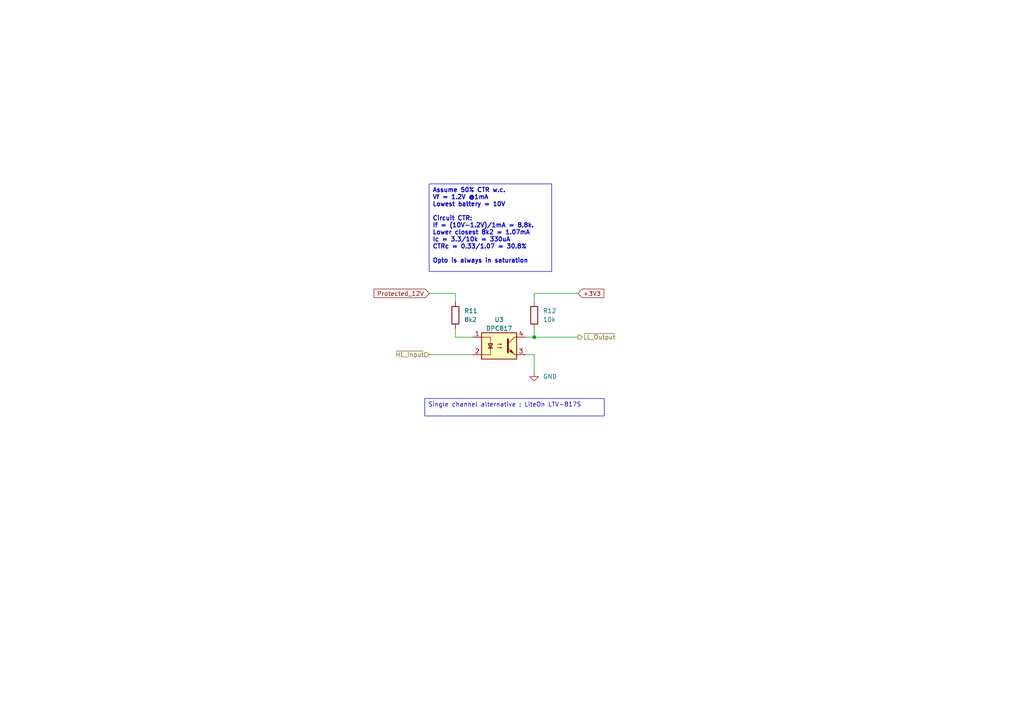
<source format=kicad_sch>
(kicad_sch (version 20250114) (generator "eeschema") (generator_version "9.0")
  (paper "A4")
  (title_block (title "Main architecture") (date "2025-08-10") (rev "1.4") (company "Alex Miller & Martin Roger") (comment 1 "https://github.com/martinroger/VXDash") (comment 2 "https://cadlab.io/projects/vxdash"))
  (lib_symbols
    (symbol "Isolator:SFH617A-2X009T"
      (property "Reference" "U" (at -3.81 5.08 0))
      (property "Value" "SFH617A-2X009T" (at 0 -5.08 0))
      (symbol "SFH617A-2X009T_1_1"
        (rectangle (start -5.08 3.81) (end 5.08 -3.81) (stroke (width 0.254)) (fill (type background)))
        (polyline (pts (xy -5.08 2.54) (xy -2.54 2.54) (xy -2.54 -0.762)))
        (polyline (pts (xy -3.175 -0.635) (xy -1.905 -0.635)) (stroke (width 0.254)))
        (polyline (pts (xy -2.54 -0.635) (xy -2.54 -2.54) (xy -5.08 -2.54)))
        (polyline (pts (xy -2.54 -0.635) (xy -3.175 0.635) (xy -1.905 0.635) (xy -2.54 -0.635)) (stroke (width 0.254)))
        (polyline (pts (xy -0.508 0.508) (xy 0.762 0.508) (xy 0.381 0.381) (xy 0.381 0.635) (xy 0.762 0.508)))
        (polyline (pts (xy -0.508 -0.508) (xy 0.762 -0.508) (xy 0.381 -0.635) (xy 0.381 -0.381) (xy 0.762 -0.508)))
        (polyline (pts (xy 2.54 1.905) (xy 2.54 -1.905) (xy 2.54 -1.905)) (stroke (width 0.508)))
        (polyline (pts (xy 2.54 0.635) (xy 4.445 2.54)))
        (polyline (pts (xy 3.048 -1.651) (xy 3.556 -1.143) (xy 4.064 -2.159) (xy 3.048 -1.651) (xy 3.048 -1.651)) (fill (type outline)))
        (polyline (pts (xy 4.445 2.54) (xy 5.08 2.54)))
        (polyline (pts (xy 4.445 -2.54) (xy 2.54 -0.635)) (fill (type outline)))
        (polyline (pts (xy 4.445 -2.54) (xy 5.08 -2.54)))
        (pin passive line (at -7.62 2.54 0) (length 2.54) (name "~") (number "1"))
        (pin passive line (at -7.62 -2.54 0) (length 2.54) (name "~") (number "2"))
        (pin passive line (at 7.62 2.54 180) (length 2.54) (name "~") (number "4"))
        (pin passive line (at 7.62 -2.54 180) (length 2.54) (name "~") (number "3"))
      )
    )
    (symbol "VXDash_passives:Res" (pin_numbers (hide yes)) (pin_names (offset 0))
      (property "Reference" "R" (at 1.27 1.27 0))
      (property "Value" "Res" (at 1.27 -1.27 0))
      (symbol "Res_0_1"
        (rectangle (start -1.016 -2.54) (end 1.016 2.54) (stroke (width 0.254)))
      )
      (symbol "Res_1_1"
        (pin passive line (at 0 3.81 270) (length 1.27) (name "~") (number "1"))
        (pin passive line (at 0 -3.81 90) (length 1.27) (name "~") (number "2"))
      )
    )
    (symbol "power:GND" (power) (pin_numbers (hide yes)) (pin_names (offset 0) (hide yes))
      (property "Value" "GND" (at 0 -3.81 0))
      (symbol "GND_0_1"
        (polyline (pts (xy 0 0) (xy 0 -1.27) (xy 1.27 -1.27) (xy 0 -2.54) (xy -1.27 -1.27) (xy 0 -1.27)))
      )
      (symbol "GND_1_1"
        (pin power_in line (at 0 0 270) (length 0) (name "~") (number "1"))
      )
    )
  )
  (text_box "Assume 50% CTR w.c.\nVf = 1.2V @1mA\nLowest battery = 10V\n\nCircuit CTR:\nIf = (10V-1.2V)/1mA = 8.8k. \nLower closest 8k2 = 1.07mA\nIc = 3.3/10k = 330uA\nCTRc = 0.33/1.07 = 30.8%\n\nOpto is always in saturation\n" (at 124.46 53.34 0) (size 35.56 25.4) (margins 0.9525 0.9525 0.9525 0.9525) (effects (font (size 1.27 1.27) (bold yes)) (justify left top)))
  (text_box "Single channel alternative : LiteOn LTV-817S" (at 123.19 115.57 0) (size 52.07 5.08) (margins 0.9525 0.9525 0.9525 0.9525) (effects (font (size 1.27 1.27)) (justify left top)))
  (junction (at 154.94 97.79))
  (wire (pts (xy 132.08 97.79) (xy 137.16 97.79)))
  (wire (pts (xy 154.94 85.09) (xy 154.94 87.63)))
  (wire (pts (xy 154.94 107.95) (xy 154.94 102.87)))
  (wire (pts (xy 154.94 102.87) (xy 152.4 102.87)))
  (wire (pts (xy 132.08 85.09) (xy 132.08 87.63)))
  (wire (pts (xy 154.94 97.79) (xy 167.64 97.79)))
  (wire (pts (xy 152.4 97.79) (xy 154.94 97.79)))
  (wire (pts (xy 124.46 85.09) (xy 132.08 85.09)))
  (wire (pts (xy 154.94 97.79) (xy 154.94 95.25)))
  (wire (pts (xy 132.08 95.25) (xy 132.08 97.79)))
  (wire (pts (xy 124.46 102.87) (xy 137.16 102.87)))
  (wire (pts (xy 154.94 85.09) (xy 167.64 85.09)))
  (global_label "Protected_12V" (shape input) (at 124.46 85.09 180) (property "Intersheetrefs" "${INTERSHEET_REFS}" (effects (hide yes))))
  (global_label "+3V3" (shape input) (at 167.64 85.09 0) (property "Intersheetrefs" "${INTERSHEET_REFS}" (effects (hide yes))))
  (hierarchical_label "~{HL_Input}" (shape input) (at 124.46 102.87 180))
  (hierarchical_label "~{LL_Output}" (shape output) (at 167.64 97.79 0))
  (symbol (lib_id "VXDash_passives:Res") (at 154.94 91.44 0) (unit 1)
    (property "Reference" "R12" (at 157.48 90.1699 0) (effects (justify left)))
    (property "Value" "10k" (at 157.48 92.7099 0) (effects (justify left)))
    (property "Footprint" "Resistor_SMD:R_0603_1608Metric_Pad0.98x0.95mm_HandSolder" (effects (hide yes)))
    (property "Datasheet" "http://datasheet.octopart.com/RC0603FR-0710KL-Yageo-datasheet-141265859.pdf" (effects (hide yes)))
    (property "Tol" "1%" (effects (hide yes)))
    (property "Power" "100mW" (effects (hide yes)))
    (property "MFT" "Yageo" (effects (hide yes)))
    (property "MFT_PN" "RC0603FR-0710KL" (effects (hide yes)))
    (property "LCSC" "C98220" (effects (hide yes)))
    (instances (project "VXDash" (path "" (reference "R12") (unit 1)) (path "" (reference "R22") (unit 1)) (path "" (reference "R16") (unit 1)) (path "" (reference "R28") (unit 1)) (path "" (reference "R24") (unit 1)) (path "" (reference "R18") (unit 1)) (path "" (reference "R14") (unit 1)) (path "" (reference "R30") (unit 1)) (path "" (reference "R26") (unit 1))))
  )
  (symbol (lib_id "VXDash_passives:Res") (at 132.08 91.44 0) (unit 1)
    (property "Reference" "R11" (at 134.62 90.1699 0) (effects (justify left)))
    (property "Value" "8k2" (at 134.62 92.7099 0) (effects (justify left)))
    (property "Footprint" "Resistor_SMD:R_0603_1608Metric_Pad0.98x0.95mm_HandSolder" (effects (hide yes)))
    (property "Datasheet" "http://datasheet.octopart.com/RC0603FR-078K2L-Yageo-datasheet-164759695.pdf" (effects (hide yes)))
    (property "Tol" "1%" (effects (hide yes)))
    (property "Power" "100mW" (effects (hide yes)))
    (property "MFT" "Yageo" (effects (hide yes)))
    (property "MFT_PN" "RC0603FR-078K2L" (effects (hide yes)))
    (property "LCSC" "C114637" (effects (hide yes)))
    (instances (project "VXDash" (path "" (reference "R11") (unit 1)) (path "" (reference "R21") (unit 1)) (path "" (reference "R15") (unit 1)) (path "" (reference "R27") (unit 1)) (path "" (reference "R23") (unit 1)) (path "" (reference "R17") (unit 1)) (path "" (reference "R13") (unit 1)) (path "" (reference "R29") (unit 1)) (path "" (reference "R25") (unit 1))))
  )
  (symbol (lib_id "power:GND") (at 154.94 107.95 0) (unit 1)
    (property "Reference" "#PWR023" (effects (hide yes)))
    (property "Value" "GND" (at 157.48 109.2199 0) (effects (justify left)))
    (property "Description" "Power symbol creates a global label with name \"GND\" , ground" (effects (hide yes)))
    (instances (project "VXDash" (path "" (reference "#PWR023") (unit 1)) (path "" (reference "#PWR029") (unit 1)) (path "" (reference "#PWR025") (unit 1)) (path "" (reference "#PWR032") (unit 1)) (path "" (reference "#PWR030") (unit 1)) (path "" (reference "#PWR026") (unit 1)) (path "" (reference "#PWR024") (unit 1)) (path "" (reference "#PWR033") (unit 1)) (path "" (reference "#PWR031") (unit 1))))
  )
  (symbol (lib_id "Isolator:SFH617A-2X009T") (at 144.78 100.33 0) (unit 1)
    (property "Reference" "U3" (at 144.78 92.71 0))
    (property "Value" "DPC817" (at 144.78 95.25 0))
    (property "Footprint" "Package_DIP:SMDIP-4_W9.53mm" (effects (hide yes)))
    (property "Datasheet" "https://www.diodes.com/assets/Datasheets/DPC817-Series.pdf" (effects (hide yes)))
    (property "Description" "Optocoupler 5kV" (effects (hide yes)))
    (property "MFT" "Diodes Inc" (effects (hide yes)))
    (property "MFT_PN" "DPC817S-B-TR" (effects (hide yes)))
    (property "ALT_MFT_PN_1" "DPC817S-C-TR" (effects (hide yes)))
    (property "LCSC" "C22454766" (effects (hide yes)))
    (property "LCSC alt" "C125121" (effects (hide yes)))
    (instances (project "VXDash" (path "" (reference "U3") (unit 1)) (path "" (reference "U8") (unit 1)) (path "" (reference "U5") (unit 1)) (path "" (reference "U11") (unit 1)) (path "" (reference "U9") (unit 1)) (path "" (reference "U6") (unit 1)) (path "" (reference "U4") (unit 1)) (path "" (reference "U12") (unit 1)) (path "" (reference "U10") (unit 1))))
  )
)
</source>
